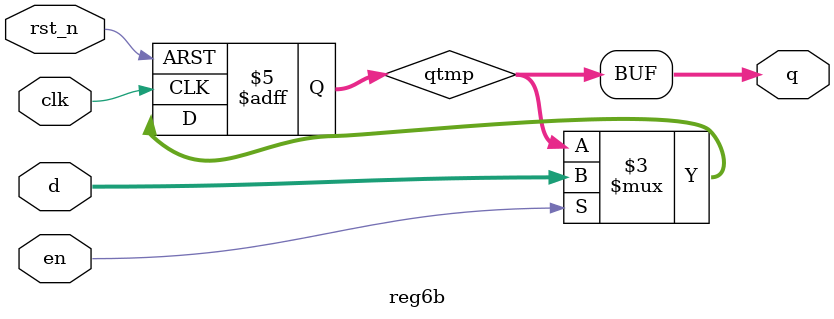
<source format=v>
`timescale 1ns / 1ps

module reg6b(rst_n, clk, en, d, q);

input rst_n;
input clk;
input en;
input [5:0] d;
output [5:0] q;
reg [5:0] qtmp;

always @(posedge clk, negedge rst_n)
	begin
	if(!rst_n)
		qtmp<=6'b000000;
	else if(en)
		qtmp<=d;
	end

	assign q=qtmp;

endmodule

</source>
